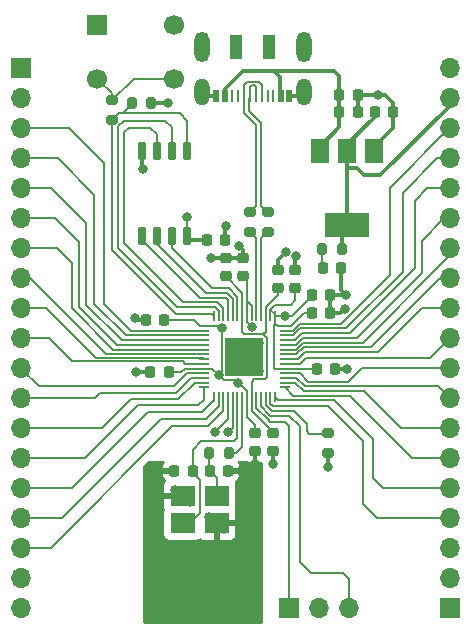
<source format=gbr>
%TF.GenerationSoftware,KiCad,Pcbnew,(6.0.7)*%
%TF.CreationDate,2023-07-30T21:01:36+08:00*%
%TF.ProjectId,RP2040 basic dev board,52503230-3430-4206-9261-736963206465,rev?*%
%TF.SameCoordinates,Original*%
%TF.FileFunction,Copper,L1,Top*%
%TF.FilePolarity,Positive*%
%FSLAX46Y46*%
G04 Gerber Fmt 4.6, Leading zero omitted, Abs format (unit mm)*
G04 Created by KiCad (PCBNEW (6.0.7)) date 2023-07-30 21:01:36*
%MOMM*%
%LPD*%
G01*
G04 APERTURE LIST*
G04 Aperture macros list*
%AMRoundRect*
0 Rectangle with rounded corners*
0 $1 Rounding radius*
0 $2 $3 $4 $5 $6 $7 $8 $9 X,Y pos of 4 corners*
0 Add a 4 corners polygon primitive as box body*
4,1,4,$2,$3,$4,$5,$6,$7,$8,$9,$2,$3,0*
0 Add four circle primitives for the rounded corners*
1,1,$1+$1,$2,$3*
1,1,$1+$1,$4,$5*
1,1,$1+$1,$6,$7*
1,1,$1+$1,$8,$9*
0 Add four rect primitives between the rounded corners*
20,1,$1+$1,$2,$3,$4,$5,0*
20,1,$1+$1,$4,$5,$6,$7,0*
20,1,$1+$1,$6,$7,$8,$9,0*
20,1,$1+$1,$8,$9,$2,$3,0*%
G04 Aperture macros list end*
%TA.AperFunction,ComponentPad*%
%ADD10R,1.700000X1.700000*%
%TD*%
%TA.AperFunction,ComponentPad*%
%ADD11O,1.700000X1.700000*%
%TD*%
%TA.AperFunction,SMDPad,CuDef*%
%ADD12RoundRect,0.225000X-0.225000X-0.250000X0.225000X-0.250000X0.225000X0.250000X-0.225000X0.250000X0*%
%TD*%
%TA.AperFunction,SMDPad,CuDef*%
%ADD13RoundRect,0.225000X0.250000X-0.225000X0.250000X0.225000X-0.250000X0.225000X-0.250000X-0.225000X0*%
%TD*%
%TA.AperFunction,SMDPad,CuDef*%
%ADD14RoundRect,0.200000X0.275000X-0.200000X0.275000X0.200000X-0.275000X0.200000X-0.275000X-0.200000X0*%
%TD*%
%TA.AperFunction,SMDPad,CuDef*%
%ADD15RoundRect,0.225000X0.225000X0.250000X-0.225000X0.250000X-0.225000X-0.250000X0.225000X-0.250000X0*%
%TD*%
%TA.AperFunction,SMDPad,CuDef*%
%ADD16R,2.100000X1.800000*%
%TD*%
%TA.AperFunction,ComponentPad*%
%ADD17C,1.700000*%
%TD*%
%TA.AperFunction,SMDPad,CuDef*%
%ADD18RoundRect,0.200000X-0.275000X0.200000X-0.275000X-0.200000X0.275000X-0.200000X0.275000X0.200000X0*%
%TD*%
%TA.AperFunction,SMDPad,CuDef*%
%ADD19RoundRect,0.200000X-0.200000X-0.275000X0.200000X-0.275000X0.200000X0.275000X-0.200000X0.275000X0*%
%TD*%
%TA.AperFunction,SMDPad,CuDef*%
%ADD20RoundRect,0.050000X-0.387500X-0.050000X0.387500X-0.050000X0.387500X0.050000X-0.387500X0.050000X0*%
%TD*%
%TA.AperFunction,SMDPad,CuDef*%
%ADD21RoundRect,0.050000X-0.050000X-0.387500X0.050000X-0.387500X0.050000X0.387500X-0.050000X0.387500X0*%
%TD*%
%TA.AperFunction,SMDPad,CuDef*%
%ADD22R,3.200000X3.200000*%
%TD*%
%TA.AperFunction,SMDPad,CuDef*%
%ADD23RoundRect,0.225000X-0.250000X0.225000X-0.250000X-0.225000X0.250000X-0.225000X0.250000X0.225000X0*%
%TD*%
%TA.AperFunction,SMDPad,CuDef*%
%ADD24RoundRect,0.218750X0.218750X0.256250X-0.218750X0.256250X-0.218750X-0.256250X0.218750X-0.256250X0*%
%TD*%
%TA.AperFunction,SMDPad,CuDef*%
%ADD25RoundRect,0.150000X-0.150000X0.650000X-0.150000X-0.650000X0.150000X-0.650000X0.150000X0.650000X0*%
%TD*%
%TA.AperFunction,SMDPad,CuDef*%
%ADD26R,1.000000X2.000000*%
%TD*%
%TA.AperFunction,SMDPad,CuDef*%
%ADD27R,0.520000X1.000000*%
%TD*%
%TA.AperFunction,SMDPad,CuDef*%
%ADD28R,0.270000X1.000000*%
%TD*%
%TA.AperFunction,ComponentPad*%
%ADD29O,1.300000X2.300000*%
%TD*%
%TA.AperFunction,ComponentPad*%
%ADD30O,1.300000X2.600000*%
%TD*%
%TA.AperFunction,SMDPad,CuDef*%
%ADD31R,1.500000X2.000000*%
%TD*%
%TA.AperFunction,SMDPad,CuDef*%
%ADD32R,3.800000X2.000000*%
%TD*%
%TA.AperFunction,ViaPad*%
%ADD33C,0.800000*%
%TD*%
%TA.AperFunction,Conductor*%
%ADD34C,0.200000*%
%TD*%
%TA.AperFunction,Conductor*%
%ADD35C,0.300000*%
%TD*%
G04 APERTURE END LIST*
D10*
%TO.P,J1,1,Pin_1*%
%TO.N,/SWCLK*%
X198175000Y-115375000D03*
D11*
%TO.P,J1,2,Pin_2*%
%TO.N,GND*%
X200715000Y-115375000D03*
%TO.P,J1,3,Pin_3*%
%TO.N,/SWDIO*%
X203255000Y-115375000D03*
%TD*%
D12*
%TO.P,C11,1*%
%TO.N,/3.3*%
X200125000Y-90400000D03*
%TO.P,C11,2*%
%TO.N,GND*%
X201675000Y-90400000D03*
%TD*%
D13*
%TO.P,C8,1*%
%TO.N,/1.1v*%
X192800000Y-87275000D03*
%TO.P,C8,2*%
%TO.N,GND*%
X192800000Y-85725000D03*
%TD*%
D12*
%TO.P,C4,1*%
%TO.N,/3.3*%
X191225000Y-84200000D03*
%TO.P,C4,2*%
%TO.N,GND*%
X192775000Y-84200000D03*
%TD*%
D10*
%TO.P,J3,1,Pin_1*%
%TO.N,GND*%
X211800000Y-115400000D03*
D11*
%TO.P,J3,2,Pin_2*%
%TO.N,/3.3*%
X211800000Y-112860000D03*
%TO.P,J3,3,Pin_3*%
%TO.N,/GPIO_15*%
X211800000Y-110320000D03*
%TO.P,J3,4,Pin_4*%
%TO.N,/GPIO_16*%
X211800000Y-107780000D03*
%TO.P,J3,5,Pin_5*%
%TO.N,/GPIO_17*%
X211800000Y-105240000D03*
%TO.P,J3,6,Pin_6*%
%TO.N,/GPIO_18*%
X211800000Y-102700000D03*
%TO.P,J3,7,Pin_7*%
%TO.N,/GPIO_19*%
X211800000Y-100160000D03*
%TO.P,J3,8,Pin_8*%
%TO.N,/GPIO_20*%
X211800000Y-97620000D03*
%TO.P,J3,9,Pin_9*%
%TO.N,/GPIO_21*%
X211800000Y-95080000D03*
%TO.P,J3,10,Pin_10*%
%TO.N,/GPIO_22*%
X211800000Y-92540000D03*
%TO.P,J3,11,Pin_11*%
%TO.N,/GPIO_23*%
X211800000Y-90000000D03*
%TO.P,J3,12,Pin_12*%
%TO.N,/GPIO_24*%
X211800000Y-87460000D03*
%TO.P,J3,13,Pin_13*%
%TO.N,/GPIO_25*%
X211800000Y-84920000D03*
%TO.P,J3,14,Pin_14*%
%TO.N,/ADC_0*%
X211800000Y-82380000D03*
%TO.P,J3,15,Pin_15*%
%TO.N,/ADC_1*%
X211800000Y-79840000D03*
%TO.P,J3,16,Pin_16*%
%TO.N,/ADC_2*%
X211800000Y-77300000D03*
%TO.P,J3,17,Pin_17*%
%TO.N,/ADC_3*%
X211800000Y-74760000D03*
%TO.P,J3,18,Pin_18*%
%TO.N,/3.3*%
X211800000Y-72220000D03*
%TO.P,J3,19,Pin_19*%
%TO.N,GND*%
X211800000Y-69680000D03*
%TD*%
D12*
%TO.P,C1,1*%
%TO.N,/Vin*%
X202425000Y-71900000D03*
%TO.P,C1,2*%
%TO.N,GND*%
X203975000Y-71900000D03*
%TD*%
D14*
%TO.P,R6,1*%
%TO.N,/USB_+*%
X194850000Y-83510000D03*
%TO.P,R6,2*%
%TO.N,/USB_N*%
X194850000Y-81860000D03*
%TD*%
D12*
%TO.P,C5,1*%
%TO.N,/XOUT_R*%
X191450000Y-103750000D03*
%TO.P,C5,2*%
%TO.N,GND*%
X193000000Y-103750000D03*
%TD*%
D15*
%TO.P,C13,1*%
%TO.N,/3.3*%
X187975000Y-95400000D03*
%TO.P,C13,2*%
%TO.N,GND*%
X186425000Y-95400000D03*
%TD*%
D16*
%TO.P,Y1,1,1*%
%TO.N,/XIN*%
X189175000Y-108200000D03*
%TO.P,Y1,2,2*%
%TO.N,GND*%
X192075000Y-108200000D03*
%TO.P,Y1,3,3*%
%TO.N,/XOUT_R*%
X192075000Y-105900000D03*
%TO.P,Y1,4,4*%
%TO.N,GND*%
X189175000Y-105900000D03*
%TD*%
D17*
%TO.P,SW1,1,1*%
%TO.N,GND*%
X188450000Y-66050000D03*
D10*
X181950000Y-66050000D03*
D17*
%TO.P,SW1,2,2*%
%TO.N,Net-(R1-Pad1)*%
X181950000Y-70550000D03*
X188450000Y-70550000D03*
%TD*%
D18*
%TO.P,R1,1*%
%TO.N,Net-(R1-Pad1)*%
X183200000Y-72375000D03*
%TO.P,R1,2*%
%TO.N,/QSPI_SS*%
X183200000Y-74025000D03*
%TD*%
%TO.P,R5,1*%
%TO.N,/RUN*%
X201500000Y-100575000D03*
%TO.P,R5,2*%
%TO.N,/3.3*%
X201500000Y-102225000D03*
%TD*%
D15*
%TO.P,C17,1*%
%TO.N,/3.3*%
X187575000Y-91000000D03*
%TO.P,C17,2*%
%TO.N,GND*%
X186025000Y-91000000D03*
%TD*%
%TO.P,C3,1*%
%TO.N,/XIN*%
X190000000Y-103750000D03*
%TO.P,C3,2*%
%TO.N,GND*%
X188450000Y-103750000D03*
%TD*%
D14*
%TO.P,R7,1*%
%TO.N,/USB_-*%
X196350000Y-83510000D03*
%TO.P,R7,2*%
%TO.N,/USB_P*%
X196350000Y-81860000D03*
%TD*%
D19*
%TO.P,R4,1*%
%TO.N,/LED*%
X200975000Y-85000000D03*
%TO.P,R4,2*%
%TO.N,/3.3*%
X202625000Y-85000000D03*
%TD*%
D20*
%TO.P,U3,1,IOVDD*%
%TO.N,/3.3*%
X190962500Y-91500000D03*
%TO.P,U3,2,GPIO0*%
%TO.N,/GPIO_0*%
X190962500Y-91900000D03*
%TO.P,U3,3,GPIO1*%
%TO.N,/GPIO_1*%
X190962500Y-92300000D03*
%TO.P,U3,4,GPIO2*%
%TO.N,/GPIO_2*%
X190962500Y-92700000D03*
%TO.P,U3,5,GPIO3*%
%TO.N,/GPIO_3*%
X190962500Y-93100000D03*
%TO.P,U3,6,GPIO4*%
%TO.N,/GPIO_4*%
X190962500Y-93500000D03*
%TO.P,U3,7,GPIO5*%
%TO.N,/GPIO_5*%
X190962500Y-93900000D03*
%TO.P,U3,8,GPIO6*%
%TO.N,/GPIO_6*%
X190962500Y-94300000D03*
%TO.P,U3,9,GPIO7*%
%TO.N,/GPIO_7*%
X190962500Y-94700000D03*
%TO.P,U3,10,IOVDD*%
%TO.N,/3.3*%
X190962500Y-95100000D03*
%TO.P,U3,11,GPIO8*%
%TO.N,/GPIO_8*%
X190962500Y-95500000D03*
%TO.P,U3,12,GPIO9*%
%TO.N,/GPIO_9*%
X190962500Y-95900000D03*
%TO.P,U3,13,GPIO10*%
%TO.N,/GPIO_10*%
X190962500Y-96300000D03*
%TO.P,U3,14,GPIO11*%
%TO.N,/GPIO_11*%
X190962500Y-96700000D03*
D21*
%TO.P,U3,15,GPIO12*%
%TO.N,/GPIO_12*%
X191800000Y-97537500D03*
%TO.P,U3,16,GPIO13*%
%TO.N,/GPIO_13*%
X192200000Y-97537500D03*
%TO.P,U3,17,GPIO14*%
%TO.N,/GPIO_14*%
X192600000Y-97537500D03*
%TO.P,U3,18,GPIO15*%
%TO.N,/GPIO_15*%
X193000000Y-97537500D03*
%TO.P,U3,19,TESTEN*%
%TO.N,GND*%
X193400000Y-97537500D03*
%TO.P,U3,20,XIN*%
%TO.N,/XIN*%
X193800000Y-97537500D03*
%TO.P,U3,21,XOUT*%
%TO.N,/XOUT*%
X194200000Y-97537500D03*
%TO.P,U3,22,IOVDD*%
%TO.N,/3.3*%
X194600000Y-97537500D03*
%TO.P,U3,23,DVDD*%
%TO.N,/1.1v*%
X195000000Y-97537500D03*
%TO.P,U3,24,SWCLK*%
%TO.N,/SWCLK*%
X195400000Y-97537500D03*
%TO.P,U3,25,SWD*%
%TO.N,/SWDIO*%
X195800000Y-97537500D03*
%TO.P,U3,26,RUN*%
%TO.N,/RUN*%
X196200000Y-97537500D03*
%TO.P,U3,27,GPIO16*%
%TO.N,/GPIO_16*%
X196600000Y-97537500D03*
%TO.P,U3,28,GPIO17*%
%TO.N,/GPIO_17*%
X197000000Y-97537500D03*
D20*
%TO.P,U3,29,GPIO18*%
%TO.N,/GPIO_18*%
X197837500Y-96700000D03*
%TO.P,U3,30,GPIO19*%
%TO.N,/GPIO_19*%
X197837500Y-96300000D03*
%TO.P,U3,31,GPIO20*%
%TO.N,/GPIO_20*%
X197837500Y-95900000D03*
%TO.P,U3,32,GPIO21*%
%TO.N,/GPIO_21*%
X197837500Y-95500000D03*
%TO.P,U3,33,IOVDD*%
%TO.N,/3.3*%
X197837500Y-95100000D03*
%TO.P,U3,34,GPIO22*%
%TO.N,/GPIO_22*%
X197837500Y-94700000D03*
%TO.P,U3,35,GPIO23*%
%TO.N,/GPIO_23*%
X197837500Y-94300000D03*
%TO.P,U3,36,GPIO24*%
%TO.N,/GPIO_24*%
X197837500Y-93900000D03*
%TO.P,U3,37,GPIO25*%
%TO.N,/GPIO_25*%
X197837500Y-93500000D03*
%TO.P,U3,38,GPIO26_ADC0*%
%TO.N,/ADC_0*%
X197837500Y-93100000D03*
%TO.P,U3,39,GPIO27_ADC1*%
%TO.N,/ADC_1*%
X197837500Y-92700000D03*
%TO.P,U3,40,GPIO28_ADC2*%
%TO.N,/ADC_2*%
X197837500Y-92300000D03*
%TO.P,U3,41,GPIO29_ADC3*%
%TO.N,/ADC_3*%
X197837500Y-91900000D03*
%TO.P,U3,42,IOVDD*%
%TO.N,/3.3*%
X197837500Y-91500000D03*
D21*
%TO.P,U3,43,ADC_AVDD*%
X197000000Y-90662500D03*
%TO.P,U3,44,VREG_IN*%
X196600000Y-90662500D03*
%TO.P,U3,45,VREG_VOUT*%
%TO.N,/1.1v*%
X196200000Y-90662500D03*
%TO.P,U3,46,USB_DM*%
%TO.N,/USB_-*%
X195800000Y-90662500D03*
%TO.P,U3,47,USB_DP*%
%TO.N,/USB_+*%
X195400000Y-90662500D03*
%TO.P,U3,48,USB_VDD*%
%TO.N,/3.3*%
X195000000Y-90662500D03*
%TO.P,U3,49,IOVDD*%
X194600000Y-90662500D03*
%TO.P,U3,50,DVDD*%
%TO.N,/1.1v*%
X194200000Y-90662500D03*
%TO.P,U3,51,QSPI_SD3*%
%TO.N,/QSPI_SD3*%
X193800000Y-90662500D03*
%TO.P,U3,52,QSPI_SCLK*%
%TO.N,/QSPI_SCLK*%
X193400000Y-90662500D03*
%TO.P,U3,53,QSPI_SD0*%
%TO.N,/QSPI_SD0*%
X193000000Y-90662500D03*
%TO.P,U3,54,QSPI_SD2*%
%TO.N,/QSPI_SD2*%
X192600000Y-90662500D03*
%TO.P,U3,55,QSPI_SD1*%
%TO.N,/QSPI_SD1*%
X192200000Y-90662500D03*
%TO.P,U3,56,QSPI_SS*%
%TO.N,/QSPI_SS*%
X191800000Y-90662500D03*
D22*
%TO.P,U3,57,GND*%
%TO.N,GND*%
X194400000Y-94100000D03*
%TD*%
D10*
%TO.P,J2,1,Pin_1*%
%TO.N,GND*%
X175500000Y-69680000D03*
D11*
%TO.P,J2,2,Pin_2*%
%TO.N,/3.3*%
X175500000Y-72220000D03*
%TO.P,J2,3,Pin_3*%
%TO.N,/GPIO_0*%
X175500000Y-74760000D03*
%TO.P,J2,4,Pin_4*%
%TO.N,/GPIO_1*%
X175500000Y-77300000D03*
%TO.P,J2,5,Pin_5*%
%TO.N,/GPIO_2*%
X175500000Y-79840000D03*
%TO.P,J2,6,Pin_6*%
%TO.N,/GPIO_3*%
X175500000Y-82380000D03*
%TO.P,J2,7,Pin_7*%
%TO.N,/GPIO_4*%
X175500000Y-84920000D03*
%TO.P,J2,8,Pin_8*%
%TO.N,/GPIO_5*%
X175500000Y-87460000D03*
%TO.P,J2,9,Pin_9*%
%TO.N,/GPIO_6*%
X175500000Y-90000000D03*
%TO.P,J2,10,Pin_10*%
%TO.N,/GPIO_7*%
X175500000Y-92540000D03*
%TO.P,J2,11,Pin_11*%
%TO.N,/GPIO_8*%
X175500000Y-95080000D03*
%TO.P,J2,12,Pin_12*%
%TO.N,/GPIO_9*%
X175500000Y-97620000D03*
%TO.P,J2,13,Pin_13*%
%TO.N,/GPIO_10*%
X175500000Y-100160000D03*
%TO.P,J2,14,Pin_14*%
%TO.N,/GPIO_11*%
X175500000Y-102700000D03*
%TO.P,J2,15,Pin_15*%
%TO.N,/GPIO_12*%
X175500000Y-105240000D03*
%TO.P,J2,16,Pin_16*%
%TO.N,/GPIO_13*%
X175500000Y-107780000D03*
%TO.P,J2,17,Pin_17*%
%TO.N,/GPIO_14*%
X175500000Y-110320000D03*
%TO.P,J2,18,Pin_18*%
%TO.N,/3.3*%
X175500000Y-112860000D03*
%TO.P,J2,19,Pin_19*%
%TO.N,GND*%
X175500000Y-115400000D03*
%TD*%
D23*
%TO.P,C7,1*%
%TO.N,/1.1v*%
X196800000Y-100525000D03*
%TO.P,C7,2*%
%TO.N,GND*%
X196800000Y-102075000D03*
%TD*%
D24*
%TO.P,D1,1,K*%
%TO.N,GND*%
X202587500Y-86600000D03*
%TO.P,D1,2,A*%
%TO.N,/LED*%
X201012500Y-86600000D03*
%TD*%
D13*
%TO.P,C12,1*%
%TO.N,/3.3*%
X198700000Y-88275000D03*
%TO.P,C12,2*%
%TO.N,GND*%
X198700000Y-86725000D03*
%TD*%
D25*
%TO.P,U2,1,~{CS}*%
%TO.N,/QSPI_SS*%
X189505000Y-76700000D03*
%TO.P,U2,2,DO(IO1)*%
%TO.N,/QSPI_SD1*%
X188235000Y-76700000D03*
%TO.P,U2,3,IO2*%
%TO.N,/QSPI_SD2*%
X186965000Y-76700000D03*
%TO.P,U2,4,GND*%
%TO.N,GND*%
X185695000Y-76700000D03*
%TO.P,U2,5,DI(IO0)*%
%TO.N,/QSPI_SD0*%
X185695000Y-83900000D03*
%TO.P,U2,6,CLK*%
%TO.N,/QSPI_SCLK*%
X186965000Y-83900000D03*
%TO.P,U2,7,IO3*%
%TO.N,/QSPI_SD3*%
X188235000Y-83900000D03*
%TO.P,U2,8,VCC*%
%TO.N,/3.3*%
X189505000Y-83900000D03*
%TD*%
D12*
%TO.P,C10,1*%
%TO.N,/3.3*%
X200125000Y-88900000D03*
%TO.P,C10,2*%
%TO.N,GND*%
X201675000Y-88900000D03*
%TD*%
%TO.P,C16,1*%
%TO.N,/3.3*%
X200525000Y-95100000D03*
%TO.P,C16,2*%
%TO.N,GND*%
X202075000Y-95100000D03*
%TD*%
%TO.P,C2,1*%
%TO.N,/Vin*%
X202425000Y-73400000D03*
%TO.P,C2,2*%
%TO.N,GND*%
X203975000Y-73400000D03*
%TD*%
D19*
%TO.P,R3,1*%
%TO.N,/XOUT_R*%
X191400000Y-102250000D03*
%TO.P,R3,2*%
%TO.N,/XOUT*%
X193050000Y-102250000D03*
%TD*%
D13*
%TO.P,C9,1*%
%TO.N,/1.1v*%
X197200000Y-88275000D03*
%TO.P,C9,2*%
%TO.N,GND*%
X197200000Y-86725000D03*
%TD*%
D26*
%TO.P,J4,*%
%TO.N,*%
X196500000Y-67850000D03*
X193700000Y-67850000D03*
D27*
%TO.P,J4,A1,GND*%
%TO.N,GND*%
X198200000Y-72050000D03*
%TO.P,J4,A4,VBUS*%
%TO.N,/Vin*%
X197450000Y-72050000D03*
D28*
%TO.P,J4,A5,CC1*%
%TO.N,/CC1*%
X196850000Y-72050000D03*
%TO.P,J4,A6,D+*%
%TO.N,/USB_P*%
X195350000Y-72050000D03*
%TO.P,J4,A7,D-*%
%TO.N,/USB_N*%
X194350000Y-72050000D03*
%TO.P,J4,A8,SBU1*%
%TO.N,unconnected-(J4-PadA8)*%
X193350000Y-72050000D03*
D27*
%TO.P,J4,A9,VBUS*%
%TO.N,/Vin*%
X192750000Y-72050000D03*
%TO.P,J4,A12,GND*%
%TO.N,GND*%
X192000000Y-72050000D03*
%TO.P,J4,B1,GND*%
X192000000Y-72050000D03*
%TO.P,J4,B4,VBUS*%
%TO.N,/Vin*%
X192750000Y-72050000D03*
D28*
%TO.P,J4,B5,CC2*%
%TO.N,/CC2*%
X193850000Y-72050000D03*
%TO.P,J4,B6,D+*%
%TO.N,/USB_P*%
X194850000Y-72050000D03*
%TO.P,J4,B7,D-*%
%TO.N,/USB_N*%
X195850000Y-72050000D03*
%TO.P,J4,B8,SBU2*%
%TO.N,unconnected-(J4-PadB8)*%
X196350000Y-72050000D03*
D27*
%TO.P,J4,B9,VBUS*%
%TO.N,/Vin*%
X197450000Y-72050000D03*
%TO.P,J4,B12,GND*%
%TO.N,GND*%
X198200000Y-72050000D03*
D29*
%TO.P,J4,S1,SHIELD*%
X190780000Y-71675000D03*
X199420000Y-71675000D03*
D30*
X190780000Y-67850000D03*
X199420000Y-67850000D03*
%TD*%
D19*
%TO.P,R2,1*%
%TO.N,/QSPI_SS*%
X184875000Y-72600000D03*
%TO.P,R2,2*%
%TO.N,/3.3*%
X186525000Y-72600000D03*
%TD*%
D12*
%TO.P,C6,1*%
%TO.N,/3.3*%
X205425000Y-73400000D03*
%TO.P,C6,2*%
%TO.N,GND*%
X206975000Y-73400000D03*
%TD*%
D13*
%TO.P,C14,1*%
%TO.N,/3.3*%
X194300000Y-87275000D03*
%TO.P,C14,2*%
%TO.N,GND*%
X194300000Y-85725000D03*
%TD*%
D23*
%TO.P,C15,1*%
%TO.N,/3.3*%
X195300000Y-100525000D03*
%TO.P,C15,2*%
%TO.N,GND*%
X195300000Y-102075000D03*
%TD*%
D31*
%TO.P,U1,1,GND*%
%TO.N,GND*%
X205400000Y-76650000D03*
%TO.P,U1,2,VO*%
%TO.N,/3.3*%
X203100000Y-76650000D03*
D32*
X203100000Y-82950000D03*
D31*
%TO.P,U1,3,VI*%
%TO.N,/Vin*%
X200800000Y-76650000D03*
%TD*%
D33*
%TO.N,GND*%
X195600000Y-95300000D03*
X189800000Y-106400000D03*
X196800000Y-103200000D03*
X203000000Y-88850000D03*
X191600000Y-85700000D03*
X187100000Y-113900000D03*
X198800000Y-85600000D03*
X192800000Y-83000000D03*
X193000000Y-100500000D03*
X193900000Y-84700000D03*
X194400000Y-94100000D03*
X197900000Y-85200000D03*
X192700000Y-108700000D03*
X194300000Y-116300000D03*
X195300000Y-103200000D03*
X191400000Y-107700000D03*
X185800000Y-78200000D03*
X195600000Y-92900000D03*
X185100000Y-90800000D03*
X205700000Y-71900000D03*
X193200000Y-95300000D03*
X188500000Y-105400000D03*
X187200000Y-103800000D03*
X194100000Y-103800000D03*
X185200000Y-95400000D03*
X187100000Y-116300000D03*
X202875000Y-90025000D03*
X194400000Y-113900000D03*
X203100000Y-95100000D03*
X193200000Y-92900000D03*
%TO.N,/3.3*%
X192500000Y-91700000D03*
X201700000Y-83500000D03*
X189505000Y-82295000D03*
X201500000Y-103400000D03*
X187900000Y-72600000D03*
X197837500Y-90662500D03*
X193850000Y-96300000D03*
X195000000Y-91600000D03*
X192200498Y-95675000D03*
%TO.N,/GPIO_15*%
X191900000Y-100500000D03*
%TD*%
D34*
%TO.N,/3.3*%
X197000000Y-90500000D02*
X196600000Y-90100000D01*
X197000000Y-90662500D02*
X197000000Y-90500000D01*
D35*
%TO.N,/Vin*%
X194264949Y-69900000D02*
X196500000Y-69900000D01*
X196900000Y-69900000D02*
X202000000Y-69900000D01*
X192750000Y-71414949D02*
X194264949Y-69900000D01*
X197399999Y-71999999D02*
X197450000Y-72050000D01*
X196500000Y-69900000D02*
X196900000Y-69900000D01*
X202425000Y-70325000D02*
X202425000Y-73400000D01*
X202425000Y-74675000D02*
X202425000Y-73400000D01*
X202000000Y-69900000D02*
X202425000Y-70325000D01*
X200800000Y-76650000D02*
X200800000Y-76300000D01*
X196900000Y-69900000D02*
X197399999Y-70399999D01*
X200800000Y-76300000D02*
X202425000Y-74675000D01*
X192750000Y-72050000D02*
X192750000Y-71414949D01*
X197399999Y-70399999D02*
X197399999Y-71999999D01*
%TO.N,GND*%
X202587500Y-86600000D02*
X202587500Y-88437500D01*
X206300000Y-71900000D02*
X206975000Y-72575000D01*
X203975000Y-73400000D02*
X203975000Y-71900000D01*
X185695000Y-78095000D02*
X185800000Y-78200000D01*
X191625000Y-85725000D02*
X191600000Y-85700000D01*
X206975000Y-74725000D02*
X206975000Y-73400000D01*
X205400000Y-76650000D02*
X205400000Y-76300000D01*
D34*
X202275000Y-86562500D02*
X202312500Y-86600000D01*
D35*
X202587500Y-88437500D02*
X203000000Y-88850000D01*
X194300000Y-85100000D02*
X194300000Y-85725000D01*
X192775000Y-84200000D02*
X192775000Y-83025000D01*
X205700000Y-71900000D02*
X206300000Y-71900000D01*
X195300000Y-103200000D02*
X195300000Y-102075000D01*
X201675000Y-90400000D02*
X201675000Y-88900000D01*
X196800000Y-102075000D02*
X196800000Y-103200000D01*
X206975000Y-72575000D02*
X206975000Y-73400000D01*
X194050000Y-103750000D02*
X193000000Y-103750000D01*
X201675000Y-88900000D02*
X202950000Y-88900000D01*
D34*
X193000000Y-100500000D02*
X193400000Y-100100000D01*
D35*
X197200000Y-86725000D02*
X197200000Y-85900000D01*
X192000000Y-72050000D02*
X191155000Y-72050000D01*
X203975000Y-71900000D02*
X205700000Y-71900000D01*
X185695000Y-76700000D02*
X185695000Y-78095000D01*
X198200000Y-72050000D02*
X199045000Y-72050000D01*
X202075000Y-95100000D02*
X203100000Y-95100000D01*
X193900000Y-84700000D02*
X194300000Y-85100000D01*
X205400000Y-76300000D02*
X206975000Y-74725000D01*
X199045000Y-72050000D02*
X199420000Y-71675000D01*
X194300000Y-85725000D02*
X192800000Y-85725000D01*
X197200000Y-85900000D02*
X197900000Y-85200000D01*
X192800000Y-85725000D02*
X191625000Y-85725000D01*
X202950000Y-88900000D02*
X203000000Y-88850000D01*
X192775000Y-83025000D02*
X192800000Y-83000000D01*
X185300000Y-91000000D02*
X186025000Y-91000000D01*
X198700000Y-85700000D02*
X198800000Y-85600000D01*
X185100000Y-90800000D02*
X185300000Y-91000000D01*
X188450000Y-103750000D02*
X188400000Y-103800000D01*
X202500000Y-90400000D02*
X201675000Y-90400000D01*
D34*
X193400000Y-100100000D02*
X193400000Y-97537500D01*
D35*
X188400000Y-103800000D02*
X187200000Y-103800000D01*
X186425000Y-95400000D02*
X185200000Y-95400000D01*
X194100000Y-103800000D02*
X194050000Y-103750000D01*
X202875000Y-90025000D02*
X202500000Y-90400000D01*
X191155000Y-72050000D02*
X190780000Y-71675000D01*
X198700000Y-86725000D02*
X198700000Y-85700000D01*
D34*
%TO.N,/XIN*%
X190000000Y-103750000D02*
X190000000Y-103925000D01*
X189775000Y-108200000D02*
X189175000Y-108200000D01*
X190625000Y-107350000D02*
X189775000Y-108200000D01*
X190725000Y-101250000D02*
X190000000Y-101975000D01*
X193800000Y-97537500D02*
X193800000Y-101000000D01*
X193800000Y-101000000D02*
X193550000Y-101250000D01*
X190625000Y-104550000D02*
X190625000Y-107350000D01*
X193550000Y-101250000D02*
X190725000Y-101250000D01*
X190000000Y-101975000D02*
X190000000Y-103750000D01*
X190000000Y-103925000D02*
X190625000Y-104550000D01*
D35*
%TO.N,/3.3*%
X205200000Y-73625000D02*
X205425000Y-73400000D01*
D34*
X189505000Y-83900000D02*
X189505000Y-82295000D01*
X197837500Y-90662500D02*
X198437500Y-90662500D01*
X193850000Y-96300000D02*
X193894975Y-96300000D01*
D35*
X201500000Y-102225000D02*
X201500000Y-103400000D01*
X205900000Y-78750000D02*
X204525000Y-78750000D01*
D34*
X189334315Y-95100000D02*
X190962500Y-95100000D01*
X200525000Y-95100000D02*
X197837500Y-95100000D01*
X190962500Y-91500000D02*
X190600000Y-91500000D01*
X197837500Y-91500000D02*
X197200000Y-91500000D01*
X197000000Y-91300000D02*
X197000000Y-90662500D01*
X193894975Y-96300000D02*
X194600000Y-97005025D01*
X195000000Y-89800000D02*
X194600000Y-89400000D01*
X200125000Y-88975000D02*
X200125000Y-88900000D01*
D35*
X205425000Y-73775000D02*
X205425000Y-73400000D01*
D34*
X199400000Y-90400000D02*
X200125000Y-90400000D01*
X194600000Y-97537500D02*
X194600000Y-99200000D01*
X197000000Y-95100000D02*
X196925000Y-95025000D01*
X190600000Y-91500000D02*
X190100000Y-91000000D01*
X195000000Y-90662500D02*
X195000000Y-89800000D01*
D35*
X204525000Y-78750000D02*
X203925000Y-78150000D01*
D34*
X197837500Y-95100000D02*
X197000000Y-95100000D01*
X197000000Y-89700000D02*
X198300000Y-89700000D01*
X197000000Y-90662500D02*
X197837500Y-90662500D01*
X192500000Y-91700000D02*
X192500000Y-95700000D01*
X196925000Y-91375000D02*
X197000000Y-91300000D01*
X189505000Y-82295000D02*
X189505000Y-82205000D01*
D35*
X211800000Y-72850000D02*
X205900000Y-78750000D01*
D34*
X188275000Y-95400000D02*
X189034314Y-95400000D01*
X196925000Y-95025000D02*
X196925000Y-91375000D01*
X197837500Y-91500000D02*
X198300000Y-91500000D01*
D35*
X203100000Y-76100000D02*
X205425000Y-73775000D01*
D34*
X187975000Y-95100000D02*
X188275000Y-95400000D01*
X196600000Y-90100000D02*
X197000000Y-89700000D01*
D35*
X186525000Y-72600000D02*
X187900000Y-72600000D01*
D34*
X192700000Y-96100000D02*
X192500000Y-95900000D01*
X198300000Y-91500000D02*
X199400000Y-90400000D01*
D35*
X203100000Y-78150000D02*
X203100000Y-80000000D01*
X211800000Y-72220000D02*
X211800000Y-72850000D01*
D34*
X193850000Y-96300000D02*
X193650000Y-96100000D01*
X191625498Y-95100000D02*
X192200498Y-95675000D01*
X189034314Y-95400000D02*
X189334315Y-95100000D01*
X194600000Y-97005025D02*
X194600000Y-97537500D01*
X198700000Y-89300000D02*
X198700000Y-88275000D01*
X194600000Y-87575000D02*
X194300000Y-87275000D01*
X190962500Y-91500000D02*
X192300000Y-91500000D01*
X195300000Y-99900000D02*
X195300000Y-100525000D01*
X195000000Y-91600000D02*
X195100000Y-91600000D01*
X195000000Y-91600000D02*
X194600000Y-91200000D01*
X198437500Y-90662500D02*
X200125000Y-88975000D01*
D35*
X202625000Y-85000000D02*
X202625000Y-83425000D01*
X203100000Y-80000000D02*
X203100000Y-82950000D01*
D34*
X190962500Y-95100000D02*
X191625498Y-95100000D01*
X194600000Y-99200000D02*
X195300000Y-99900000D01*
X187675000Y-91000000D02*
X187575000Y-91100000D01*
X194600000Y-90662500D02*
X194600000Y-87575000D01*
X194600000Y-91200000D02*
X194600000Y-90662500D01*
D35*
X203925000Y-78150000D02*
X203100000Y-78150000D01*
D34*
X190100000Y-91000000D02*
X187675000Y-91000000D01*
D35*
X203100000Y-76650000D02*
X203100000Y-78150000D01*
X203100000Y-76650000D02*
X203100000Y-76100000D01*
X191225000Y-84200000D02*
X189805000Y-84200000D01*
D34*
X196600000Y-90662500D02*
X196600000Y-90100000D01*
X197200000Y-91500000D02*
X197000000Y-91300000D01*
X189805000Y-84200000D02*
X189505000Y-83900000D01*
X195000000Y-89800000D02*
X194700000Y-89500000D01*
D35*
X202625000Y-83425000D02*
X203100000Y-82950000D01*
D34*
X192300000Y-91500000D02*
X192500000Y-91700000D01*
X192475000Y-95675000D02*
X192500000Y-95700000D01*
X193650000Y-96100000D02*
X192700000Y-96100000D01*
X192500000Y-95900000D02*
X192500000Y-95700000D01*
X192200498Y-95675000D02*
X192475000Y-95675000D01*
X198300000Y-89700000D02*
X198700000Y-89300000D01*
%TO.N,/XOUT_R*%
X191400000Y-103700000D02*
X191450000Y-103750000D01*
X191400000Y-102250000D02*
X191400000Y-103700000D01*
X191450000Y-103750000D02*
X192075000Y-104375000D01*
X192075000Y-104375000D02*
X192075000Y-105900000D01*
%TO.N,/1.1v*%
X197200000Y-88900000D02*
X197200000Y-88275000D01*
X196200000Y-90662500D02*
X196200000Y-89900000D01*
X194200000Y-90662500D02*
X194200000Y-88675000D01*
X195000000Y-97537500D02*
X195000000Y-96200000D01*
X196200000Y-89900000D02*
X197200000Y-88900000D01*
X196200000Y-92000000D02*
X196000000Y-92200000D01*
X196800000Y-100500000D02*
X196800000Y-100525000D01*
X195000000Y-96200000D02*
X195200000Y-96000000D01*
X196100000Y-96000000D02*
X196300000Y-95800000D01*
X195000000Y-98700000D02*
X196800000Y-100500000D01*
X196300000Y-95800000D02*
X196300000Y-92500000D01*
X196300000Y-92500000D02*
X196000000Y-92200000D01*
X195200000Y-96000000D02*
X196100000Y-96000000D01*
X196000000Y-92200000D02*
X194400000Y-92200000D01*
X194200000Y-88675000D02*
X192800000Y-87275000D01*
X195000000Y-97537500D02*
X195000000Y-98700000D01*
X194400000Y-92200000D02*
X194200000Y-92000000D01*
X196200000Y-90662500D02*
X196200000Y-92000000D01*
X194200000Y-92000000D02*
X194200000Y-90662500D01*
%TO.N,/SWCLK*%
X195400000Y-98400000D02*
X196400000Y-99400000D01*
X195400000Y-97537500D02*
X195400000Y-97928553D01*
X197800000Y-99600000D02*
X198200000Y-100000000D01*
X196400000Y-99400000D02*
X196600000Y-99600000D01*
X198200000Y-111800000D02*
X198200000Y-112100000D01*
X198200000Y-100000000D02*
X198200000Y-103000000D01*
X198175000Y-111825000D02*
X198175000Y-115375000D01*
X198200000Y-103000000D02*
X198200000Y-111800000D01*
X196600000Y-99600000D02*
X197800000Y-99600000D01*
X198200000Y-111800000D02*
X198175000Y-111825000D01*
X195400000Y-97537500D02*
X195400000Y-98400000D01*
%TO.N,/SWDIO*%
X195800000Y-97537500D02*
X195800000Y-98300000D01*
X195800000Y-98300000D02*
X196600000Y-99100000D01*
X203255000Y-112955000D02*
X203255000Y-115375000D01*
X200000000Y-112400000D02*
X202700000Y-112400000D01*
X198200000Y-99100000D02*
X199100000Y-100000000D01*
X196600000Y-99100000D02*
X198200000Y-99100000D01*
X199100000Y-100000000D02*
X199100000Y-111500000D01*
X199100000Y-111500000D02*
X200000000Y-112400000D01*
X202700000Y-112400000D02*
X203255000Y-112955000D01*
%TO.N,/GPIO_0*%
X182500000Y-89600000D02*
X182500000Y-77700000D01*
X184800000Y-91900000D02*
X182500000Y-89600000D01*
X182500000Y-77700000D02*
X179560000Y-74760000D01*
X190962500Y-91900000D02*
X184800000Y-91900000D01*
X179560000Y-74760000D02*
X175500000Y-74760000D01*
%TO.N,/GPIO_1*%
X190962500Y-92300000D02*
X184400000Y-92300000D01*
X181700000Y-89600000D02*
X181700000Y-80400000D01*
X181700000Y-80400000D02*
X178600000Y-77300000D01*
X178600000Y-77300000D02*
X175500000Y-77300000D01*
X184400000Y-92300000D02*
X181700000Y-89600000D01*
%TO.N,/GPIO_2*%
X178040000Y-79840000D02*
X175500000Y-79840000D01*
X181000000Y-82800000D02*
X178040000Y-79840000D01*
X190962500Y-92700000D02*
X184000000Y-92700000D01*
X181000000Y-89700000D02*
X181000000Y-82800000D01*
X184000000Y-92700000D02*
X181000000Y-89700000D01*
%TO.N,/GPIO_3*%
X180400000Y-89900000D02*
X180400000Y-84400000D01*
X178380000Y-82380000D02*
X175500000Y-82380000D01*
X180400000Y-84400000D02*
X178380000Y-82380000D01*
X183600000Y-93100000D02*
X180400000Y-89900000D01*
X190962500Y-93100000D02*
X183600000Y-93100000D01*
%TO.N,/GPIO_4*%
X190962500Y-93500000D02*
X183300000Y-93500000D01*
X179800000Y-86200000D02*
X178520000Y-84920000D01*
X178520000Y-84920000D02*
X175500000Y-84920000D01*
X179800000Y-90000000D02*
X179800000Y-86200000D01*
X183300000Y-93500000D02*
X179800000Y-90000000D01*
%TO.N,/GPIO_5*%
X176260000Y-87460000D02*
X175500000Y-87460000D01*
X190962500Y-93900000D02*
X189900000Y-93900000D01*
X189900000Y-93900000D02*
X182700000Y-93900000D01*
X189900000Y-93900000D02*
X189800000Y-93900000D01*
X182700000Y-93900000D02*
X176260000Y-87460000D01*
%TO.N,/GPIO_6*%
X190862500Y-94200000D02*
X181800000Y-94200000D01*
X177600000Y-90000000D02*
X175500000Y-90000000D01*
X181800000Y-94200000D02*
X177600000Y-90000000D01*
X190962500Y-94300000D02*
X190862500Y-94200000D01*
%TO.N,/GPIO_7*%
X177840000Y-92540000D02*
X175500000Y-92540000D01*
X189400000Y-94700000D02*
X189200000Y-94500000D01*
X190962500Y-94700000D02*
X189400000Y-94700000D01*
X189200000Y-94500000D02*
X179800000Y-94500000D01*
X179800000Y-94500000D02*
X177840000Y-92540000D01*
%TO.N,/GPIO_8*%
X188400000Y-96600000D02*
X177000000Y-96600000D01*
X189500000Y-95500000D02*
X188400000Y-96600000D01*
X175500000Y-95100000D02*
X175500000Y-95080000D01*
X190962500Y-95500000D02*
X189500000Y-95500000D01*
X177000000Y-96600000D02*
X175500000Y-95100000D01*
%TO.N,/GPIO_9*%
X188600000Y-97200000D02*
X182200000Y-97200000D01*
X175920000Y-97200000D02*
X175500000Y-97620000D01*
X182200000Y-97200000D02*
X181780000Y-97620000D01*
X189900000Y-95900000D02*
X188600000Y-97200000D01*
X181780000Y-97620000D02*
X175500000Y-97620000D01*
X190962500Y-95900000D02*
X189900000Y-95900000D01*
%TO.N,/GPIO_10*%
X182340000Y-100160000D02*
X175500000Y-100160000D01*
X190962500Y-96300000D02*
X190200000Y-96300000D01*
X184800000Y-97700000D02*
X182340000Y-100160000D01*
X190200000Y-96300000D02*
X188800000Y-97700000D01*
X188800000Y-97700000D02*
X184800000Y-97700000D01*
%TO.N,/GPIO_11*%
X180900000Y-102700000D02*
X175500000Y-102700000D01*
X190962500Y-96700000D02*
X190962500Y-97737500D01*
X190500000Y-98200000D02*
X185400000Y-98200000D01*
X190962500Y-97737500D02*
X190500000Y-98200000D01*
X185400000Y-98200000D02*
X180900000Y-102700000D01*
%TO.N,/GPIO_12*%
X191800000Y-97800000D02*
X190800000Y-98800000D01*
X191800000Y-97537500D02*
X191800000Y-97800000D01*
X190800000Y-98800000D02*
X186200000Y-98800000D01*
X186200000Y-98800000D02*
X179760000Y-105240000D01*
X179760000Y-105240000D02*
X179440000Y-105240000D01*
X179440000Y-105240000D02*
X175500000Y-105240000D01*
%TO.N,/GPIO_13*%
X192200000Y-98300000D02*
X191100000Y-99400000D01*
X187300000Y-99400000D02*
X178920000Y-107780000D01*
X191100000Y-99400000D02*
X187300000Y-99400000D01*
X178920000Y-107780000D02*
X175500000Y-107780000D01*
X192200000Y-97537500D02*
X192200000Y-98300000D01*
%TO.N,/GPIO_14*%
X177980000Y-110320000D02*
X175500000Y-110320000D01*
X191300000Y-100000000D02*
X188300000Y-100000000D01*
X192600000Y-97537500D02*
X192600000Y-98700000D01*
X188300000Y-100000000D02*
X177980000Y-110320000D01*
X192600000Y-98700000D02*
X191300000Y-100000000D01*
%TO.N,/GPIO_15*%
X193000000Y-99400000D02*
X193000000Y-97537500D01*
X191900000Y-100500000D02*
X193000000Y-99400000D01*
%TO.N,/GPIO_16*%
X204400000Y-101200000D02*
X204400000Y-106600000D01*
X196600000Y-97537500D02*
X196600000Y-98100000D01*
X196600000Y-98100000D02*
X196800000Y-98300000D01*
X204400000Y-106600000D02*
X205580000Y-107780000D01*
X196800000Y-98300000D02*
X201500000Y-98300000D01*
X201500000Y-98300000D02*
X204400000Y-101200000D01*
X205580000Y-107780000D02*
X211800000Y-107780000D01*
%TO.N,/GPIO_17*%
X205300000Y-101100000D02*
X205300000Y-104400000D01*
X206140000Y-105240000D02*
X211800000Y-105240000D01*
X197000000Y-97537500D02*
X197262500Y-97800000D01*
X197262500Y-97800000D02*
X202000000Y-97800000D01*
X202000000Y-97800000D02*
X205300000Y-101100000D01*
X205300000Y-104400000D02*
X206140000Y-105240000D01*
%TO.N,/GPIO_18*%
X208600000Y-102700000D02*
X211800000Y-102700000D01*
X203300000Y-97400000D02*
X208600000Y-102700000D01*
X197837500Y-96700000D02*
X198537500Y-97400000D01*
X198537500Y-97400000D02*
X203300000Y-97400000D01*
%TO.N,/GPIO_19*%
X204500000Y-97000000D02*
X207660000Y-100160000D01*
X207660000Y-100160000D02*
X211800000Y-100160000D01*
X197837500Y-96300000D02*
X198700000Y-96300000D01*
X199400000Y-97000000D02*
X204500000Y-97000000D01*
X198700000Y-96300000D02*
X199400000Y-97000000D01*
%TO.N,/GPIO_20*%
X198800000Y-95900000D02*
X199500000Y-96600000D01*
X210780000Y-96600000D02*
X211800000Y-97620000D01*
X197837500Y-95900000D02*
X198800000Y-95900000D01*
X199500000Y-96600000D02*
X210780000Y-96600000D01*
%TO.N,/GPIO_21*%
X203200000Y-96200000D02*
X204320000Y-95080000D01*
X199800000Y-96200000D02*
X203200000Y-96200000D01*
X199100000Y-95500000D02*
X199800000Y-96200000D01*
X197837500Y-95500000D02*
X199100000Y-95500000D01*
X204320000Y-95080000D02*
X211800000Y-95080000D01*
%TO.N,/GPIO_22*%
X199600000Y-94200000D02*
X210140000Y-94200000D01*
X210140000Y-94200000D02*
X211800000Y-92540000D01*
X199100000Y-94700000D02*
X199600000Y-94200000D01*
X197837500Y-94700000D02*
X199100000Y-94700000D01*
%TO.N,/GPIO_23*%
X198900000Y-94300000D02*
X199500000Y-93700000D01*
X199500000Y-93700000D02*
X205700000Y-93700000D01*
X205700000Y-93700000D02*
X209400000Y-90000000D01*
X197837500Y-94300000D02*
X198900000Y-94300000D01*
X209400000Y-90000000D02*
X211800000Y-90000000D01*
%TO.N,/GPIO_24*%
X197837500Y-93900000D02*
X198800000Y-93900000D01*
X199400000Y-93300000D02*
X205100000Y-93300000D01*
X210940000Y-87460000D02*
X211800000Y-87460000D01*
X198800000Y-93900000D02*
X199400000Y-93300000D01*
X205100000Y-93300000D02*
X210940000Y-87460000D01*
%TO.N,/GPIO_25*%
X204400000Y-92900000D02*
X211800000Y-85500000D01*
X198775736Y-93500000D02*
X199375736Y-92900000D01*
X211800000Y-85500000D02*
X211800000Y-84920000D01*
X197837500Y-93500000D02*
X198775736Y-93500000D01*
X199375736Y-92900000D02*
X204400000Y-92900000D01*
%TO.N,/ADC_0*%
X198751472Y-93100000D02*
X199351472Y-92500000D01*
X197837500Y-93100000D02*
X198751472Y-93100000D01*
X209400000Y-87000000D02*
X209400000Y-84300000D01*
X209400000Y-84300000D02*
X211320000Y-82380000D01*
X199351472Y-92500000D02*
X203900000Y-92500000D01*
X211320000Y-82380000D02*
X211800000Y-82380000D01*
X203900000Y-92500000D02*
X209400000Y-87000000D01*
%TO.N,/ADC_1*%
X197837500Y-92700000D02*
X198700000Y-92700000D01*
X198700000Y-92700000D02*
X199300000Y-92100000D01*
X208800000Y-86600000D02*
X208800000Y-80900000D01*
X199300000Y-92100000D02*
X203300000Y-92100000D01*
X209860000Y-79840000D02*
X211800000Y-79840000D01*
X208800000Y-80900000D02*
X209860000Y-79840000D01*
X203300000Y-92100000D02*
X208800000Y-86600000D01*
%TO.N,/ADC_2*%
X199100000Y-91700000D02*
X203000000Y-91700000D01*
X210700000Y-77300000D02*
X211800000Y-77300000D01*
X207800000Y-86900000D02*
X207800000Y-80200000D01*
X198500000Y-92300000D02*
X199100000Y-91700000D01*
X207800000Y-80200000D02*
X210700000Y-77300000D01*
X197837500Y-92300000D02*
X198500000Y-92300000D01*
X203000000Y-91700000D02*
X207800000Y-86900000D01*
%TO.N,/ADC_3*%
X198465685Y-91900000D02*
X199065685Y-91300000D01*
X202600000Y-91300000D02*
X206700000Y-87200000D01*
X206700000Y-79775000D02*
X211715000Y-74760000D01*
X211715000Y-74760000D02*
X211800000Y-74760000D01*
X197837500Y-91900000D02*
X198465685Y-91900000D01*
X199065685Y-91300000D02*
X202600000Y-91300000D01*
X206700000Y-87200000D02*
X206700000Y-79775000D01*
%TO.N,/USB_P*%
X194850000Y-71250000D02*
X195000000Y-71100000D01*
X195200000Y-71100000D02*
X195350000Y-71250000D01*
X195350000Y-71250000D02*
X195350000Y-72050000D01*
X196350000Y-81860000D02*
X195825001Y-81335001D01*
X194850000Y-72050000D02*
X194850000Y-71250000D01*
X195000000Y-71100000D02*
X195200000Y-71100000D01*
X195825001Y-81335001D02*
X195825001Y-74306801D01*
X195825001Y-74306801D02*
X194805996Y-73287796D01*
X194805996Y-73287796D02*
X194805996Y-72200000D01*
%TO.N,/USB_N*%
X194600000Y-70800000D02*
X195600000Y-70800000D01*
X195374999Y-81335001D02*
X195374999Y-74493199D01*
X194355996Y-73474196D02*
X194355996Y-72200000D01*
X194350000Y-72050000D02*
X194350000Y-71050000D01*
X194850000Y-81860000D02*
X195374999Y-81335001D01*
X195374999Y-74493199D02*
X194355996Y-73474196D01*
X194350000Y-71050000D02*
X194600000Y-70800000D01*
X195600000Y-70800000D02*
X195850000Y-71050000D01*
X195850000Y-71050000D02*
X195850000Y-72050000D01*
%TO.N,Net-(R1-Pad1)*%
X185025000Y-70550000D02*
X183200000Y-72375000D01*
X188450000Y-70550000D02*
X185025000Y-70550000D01*
X183200000Y-72375000D02*
X183200000Y-71800000D01*
X183200000Y-71800000D02*
X181950000Y-70550000D01*
%TO.N,/QSPI_SS*%
X184800000Y-72675000D02*
X184875000Y-72600000D01*
X183200000Y-85100000D02*
X188600000Y-90500000D01*
X184875000Y-72725000D02*
X184875000Y-72600000D01*
X191637500Y-90500000D02*
X191800000Y-90662500D01*
X184100000Y-73500000D02*
X184875000Y-72725000D01*
X189505000Y-76700000D02*
X189505000Y-74105000D01*
X189505000Y-74105000D02*
X188900000Y-73500000D01*
X188900000Y-73500000D02*
X184800000Y-73500000D01*
X183200000Y-84900000D02*
X183200000Y-85100000D01*
X183800000Y-73500000D02*
X183200000Y-74100000D01*
X183200000Y-74100000D02*
X183200000Y-84900000D01*
X188600000Y-90500000D02*
X191637500Y-90500000D01*
X184100000Y-73500000D02*
X183800000Y-73500000D01*
X184800000Y-73500000D02*
X184100000Y-73500000D01*
%TO.N,/XOUT*%
X193025000Y-102225000D02*
X193050000Y-102250000D01*
X193650000Y-102250000D02*
X193050000Y-102250000D01*
X194200000Y-101700000D02*
X193650000Y-102250000D01*
X194200000Y-97537500D02*
X194200000Y-101700000D01*
%TO.N,/RUN*%
X196200000Y-97537500D02*
X196200000Y-98200000D01*
X199700000Y-100400000D02*
X199900000Y-100600000D01*
X198600000Y-98700000D02*
X199700000Y-99800000D01*
X196700000Y-98700000D02*
X198600000Y-98700000D01*
X196200000Y-98200000D02*
X196700000Y-98700000D01*
X199900000Y-100600000D02*
X201475000Y-100600000D01*
X201475000Y-100600000D02*
X201500000Y-100575000D01*
X199700000Y-99800000D02*
X199700000Y-100400000D01*
%TO.N,/USB_+*%
X195374999Y-84034999D02*
X195375000Y-84628768D01*
X195400000Y-90662500D02*
X195374999Y-90637499D01*
X194850000Y-83510000D02*
X195374999Y-84034999D01*
X195374999Y-90637499D02*
X195375000Y-84500000D01*
%TO.N,/USB_-*%
X195825001Y-84034999D02*
X195825000Y-84628768D01*
X196350000Y-83510000D02*
X195825001Y-84034999D01*
X195825001Y-90637499D02*
X195825000Y-84500000D01*
X195800000Y-90662500D02*
X195825001Y-90637499D01*
%TO.N,/QSPI_SD1*%
X183700000Y-84900000D02*
X183700000Y-74600000D01*
X187700000Y-74100000D02*
X188235000Y-74635000D01*
X192200000Y-90662500D02*
X192200000Y-90200000D01*
X183700000Y-74600000D02*
X184200000Y-74100000D01*
X188700000Y-89900000D02*
X183700000Y-84900000D01*
X192200000Y-90200000D02*
X191900000Y-89900000D01*
X188235000Y-74635000D02*
X188235000Y-76700000D01*
X191900000Y-89900000D02*
X188700000Y-89900000D01*
X184200000Y-74100000D02*
X187700000Y-74100000D01*
%TO.N,/QSPI_SD2*%
X184200000Y-75100000D02*
X184600000Y-74700000D01*
X192100000Y-89500000D02*
X189200000Y-89500000D01*
X184200000Y-84500000D02*
X184200000Y-75100000D01*
X186400000Y-74700000D02*
X186965000Y-75265000D01*
X186965000Y-75265000D02*
X186965000Y-76700000D01*
X192600000Y-90662500D02*
X192600000Y-90000000D01*
X189200000Y-89500000D02*
X184200000Y-84500000D01*
X192600000Y-90000000D02*
X192100000Y-89500000D01*
X184600000Y-74700000D02*
X186400000Y-74700000D01*
%TO.N,/QSPI_SD0*%
X192800000Y-89100000D02*
X190600000Y-89100000D01*
X185695000Y-84195000D02*
X185695000Y-83900000D01*
X193000000Y-90662500D02*
X193000000Y-89300000D01*
X193000000Y-89300000D02*
X192800000Y-89100000D01*
X190600000Y-89100000D02*
X185695000Y-84195000D01*
%TO.N,/QSPI_SCLK*%
X191100000Y-88700000D02*
X186965000Y-84565000D01*
X193400000Y-89200000D02*
X192900000Y-88700000D01*
X193400000Y-90662500D02*
X193400000Y-89200000D01*
X192900000Y-88700000D02*
X191100000Y-88700000D01*
X186965000Y-84565000D02*
X186965000Y-83900000D01*
%TO.N,/QSPI_SD3*%
X188235000Y-84885000D02*
X188235000Y-83900000D01*
X191650000Y-88300000D02*
X188235000Y-84885000D01*
X193800000Y-89000000D02*
X193100000Y-88300000D01*
X193800000Y-90662500D02*
X193800000Y-89000000D01*
X193100000Y-88300000D02*
X191650000Y-88300000D01*
%TO.N,/LED*%
X200975000Y-85000000D02*
X200975000Y-86562500D01*
%TD*%
%TA.AperFunction,Conductor*%
%TO.N,GND*%
G36*
X187576188Y-102920002D02*
G01*
X187622681Y-102973658D01*
X187632785Y-103043932D01*
X187615327Y-103092116D01*
X187559996Y-103181880D01*
X187553849Y-103195061D01*
X187504509Y-103343814D01*
X187501642Y-103357190D01*
X187492328Y-103448097D01*
X187492000Y-103454514D01*
X187492000Y-103477885D01*
X187496475Y-103493124D01*
X187497865Y-103494329D01*
X187505548Y-103496000D01*
X188578000Y-103496000D01*
X188646121Y-103516002D01*
X188692614Y-103569658D01*
X188704000Y-103622000D01*
X188704000Y-103878000D01*
X188683998Y-103946121D01*
X188630342Y-103992614D01*
X188578000Y-104004000D01*
X187510115Y-104004000D01*
X187494876Y-104008475D01*
X187493671Y-104009865D01*
X187492000Y-104017548D01*
X187492000Y-104045438D01*
X187492337Y-104051953D01*
X187501894Y-104144057D01*
X187504788Y-104157456D01*
X187554381Y-104306107D01*
X187560555Y-104319286D01*
X187642788Y-104452173D01*
X187651824Y-104463574D01*
X187711915Y-104523560D01*
X187745994Y-104585842D01*
X187740991Y-104656662D01*
X187723723Y-104688298D01*
X187680214Y-104746352D01*
X187671676Y-104761946D01*
X187626522Y-104882394D01*
X187622895Y-104897649D01*
X187617369Y-104948514D01*
X187617000Y-104955328D01*
X187617000Y-105627885D01*
X187621475Y-105643124D01*
X187622865Y-105644329D01*
X187630548Y-105646000D01*
X189303000Y-105646000D01*
X189371121Y-105666002D01*
X189417614Y-105719658D01*
X189429000Y-105772000D01*
X189429000Y-106028000D01*
X189408998Y-106096121D01*
X189355342Y-106142614D01*
X189303000Y-106154000D01*
X187635116Y-106154000D01*
X187619877Y-106158475D01*
X187618672Y-106159865D01*
X187617001Y-106167548D01*
X187617001Y-106844669D01*
X187617371Y-106851490D01*
X187622895Y-106902352D01*
X187626522Y-106917606D01*
X187659306Y-107005059D01*
X187664489Y-107075866D01*
X187659306Y-107093517D01*
X187626029Y-107182282D01*
X187626027Y-107182288D01*
X187623255Y-107189684D01*
X187616500Y-107251866D01*
X187616500Y-109148134D01*
X187623255Y-109210316D01*
X187674385Y-109346705D01*
X187761739Y-109463261D01*
X187878295Y-109550615D01*
X188014684Y-109601745D01*
X188076866Y-109608500D01*
X190273134Y-109608500D01*
X190335316Y-109601745D01*
X190471705Y-109550615D01*
X190549852Y-109492047D01*
X190616358Y-109467199D01*
X190685741Y-109482252D01*
X190700982Y-109492047D01*
X190771352Y-109544786D01*
X190786946Y-109553324D01*
X190907394Y-109598478D01*
X190922649Y-109602105D01*
X190973514Y-109607631D01*
X190980328Y-109608000D01*
X191802885Y-109608000D01*
X191818124Y-109603525D01*
X191819329Y-109602135D01*
X191821000Y-109594452D01*
X191821000Y-109589884D01*
X192329000Y-109589884D01*
X192333475Y-109605123D01*
X192334865Y-109606328D01*
X192342548Y-109607999D01*
X193169669Y-109607999D01*
X193176490Y-109607629D01*
X193227352Y-109602105D01*
X193242604Y-109598479D01*
X193363054Y-109553324D01*
X193378649Y-109544786D01*
X193480724Y-109468285D01*
X193493285Y-109455724D01*
X193569786Y-109353649D01*
X193578324Y-109338054D01*
X193623478Y-109217606D01*
X193627105Y-109202351D01*
X193632631Y-109151486D01*
X193633000Y-109144672D01*
X193633000Y-108472115D01*
X193628525Y-108456876D01*
X193627135Y-108455671D01*
X193619452Y-108454000D01*
X192347115Y-108454000D01*
X192331876Y-108458475D01*
X192330671Y-108459865D01*
X192329000Y-108467548D01*
X192329000Y-109589884D01*
X191821000Y-109589884D01*
X191821000Y-108072000D01*
X191841002Y-108003879D01*
X191894658Y-107957386D01*
X191947000Y-107946000D01*
X193614884Y-107946000D01*
X193630123Y-107941525D01*
X193631328Y-107940135D01*
X193632999Y-107932452D01*
X193632999Y-107255331D01*
X193632629Y-107248510D01*
X193627105Y-107197648D01*
X193623478Y-107182394D01*
X193590694Y-107094941D01*
X193585511Y-107024134D01*
X193590694Y-107006483D01*
X193623971Y-106917718D01*
X193623973Y-106917712D01*
X193626745Y-106910316D01*
X193633500Y-106848134D01*
X193633500Y-104951866D01*
X193626745Y-104889684D01*
X193623973Y-104882288D01*
X193623971Y-104882282D01*
X193579010Y-104762350D01*
X193573827Y-104691543D01*
X193607748Y-104629174D01*
X193630689Y-104610976D01*
X193677179Y-104582207D01*
X193688574Y-104573176D01*
X193798986Y-104462571D01*
X193807998Y-104451160D01*
X193890004Y-104318120D01*
X193896151Y-104304939D01*
X193945491Y-104156186D01*
X193948358Y-104142810D01*
X193957672Y-104051903D01*
X193958000Y-104045487D01*
X193958000Y-104022115D01*
X193953525Y-104006876D01*
X193952135Y-104005671D01*
X193944452Y-104004000D01*
X192872000Y-104004000D01*
X192803879Y-103983998D01*
X192757386Y-103930342D01*
X192746000Y-103878000D01*
X192746000Y-103622000D01*
X192766002Y-103553879D01*
X192819658Y-103507386D01*
X192872000Y-103496000D01*
X193939885Y-103496000D01*
X193955124Y-103491525D01*
X193956329Y-103490135D01*
X193958000Y-103482452D01*
X193958000Y-103454562D01*
X193957663Y-103448047D01*
X193948106Y-103355943D01*
X193945212Y-103342544D01*
X193895619Y-103193893D01*
X193889448Y-103180721D01*
X193834734Y-103092303D01*
X193815897Y-103023851D01*
X193837058Y-102956081D01*
X193891499Y-102910510D01*
X193941879Y-102900000D01*
X194590709Y-102900000D01*
X194656825Y-102918740D01*
X194731880Y-102965004D01*
X194745061Y-102971151D01*
X194893814Y-103020491D01*
X194907190Y-103023358D01*
X194998097Y-103032672D01*
X195004513Y-103033000D01*
X195027885Y-103033000D01*
X195043124Y-103028525D01*
X195044329Y-103027135D01*
X195046000Y-103019452D01*
X195046000Y-102900000D01*
X195554000Y-102900000D01*
X195554000Y-103014885D01*
X195558475Y-103030124D01*
X195559865Y-103031329D01*
X195567548Y-103033000D01*
X195595438Y-103033000D01*
X195601953Y-103032663D01*
X195694057Y-103023106D01*
X195707456Y-103020212D01*
X195784124Y-102994634D01*
X195855074Y-102992050D01*
X195916158Y-103028234D01*
X195947982Y-103091698D01*
X195950000Y-103114158D01*
X195950000Y-116565500D01*
X195929998Y-116633621D01*
X195876342Y-116680114D01*
X195824000Y-116691500D01*
X185926000Y-116691500D01*
X185857879Y-116671498D01*
X185811386Y-116617842D01*
X185800000Y-116565500D01*
X185800000Y-103412738D01*
X185820002Y-103344617D01*
X185836905Y-103323643D01*
X186223643Y-102936905D01*
X186285955Y-102902879D01*
X186312738Y-102900000D01*
X187508067Y-102900000D01*
X187576188Y-102920002D01*
G37*
%TD.AperFunction*%
%TD*%
M02*

</source>
